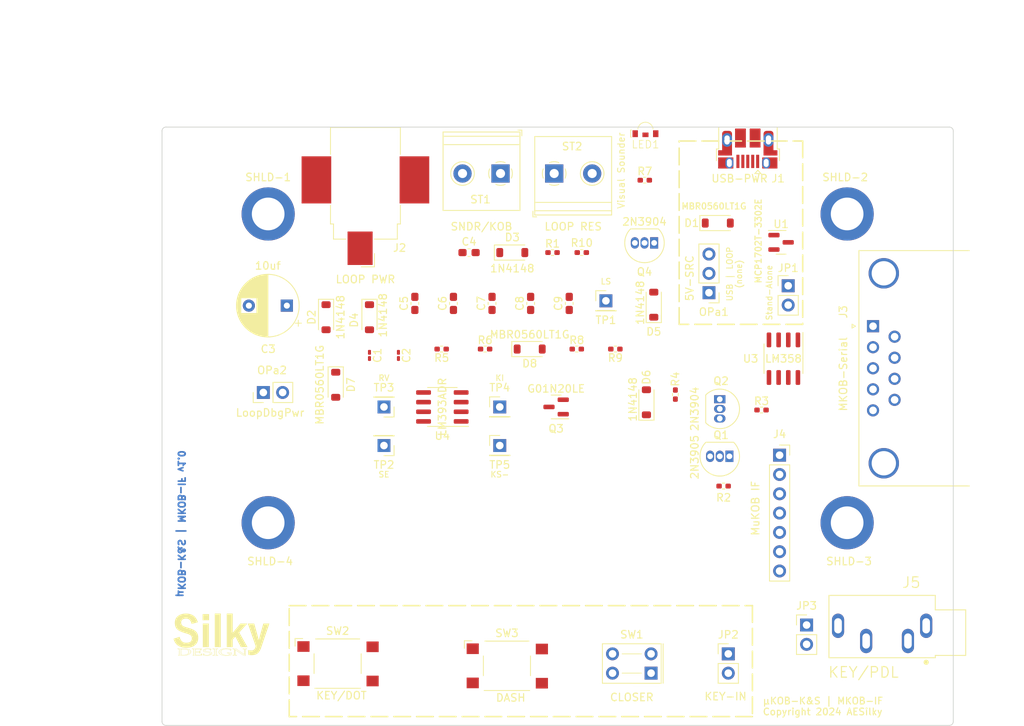
<source format=kicad_pcb>
(kicad_pcb (version 20221018) (generator pcbnew)
  (title_block (title "KOB-Sounder Interface") (company "Silky Design") (comment 1 "Copyright AESilky 2023"))
  (layers (0 "F.Cu" signal) (31 "B.Cu" signal) (34 "B.Paste" user) (35 "F.Paste" user) (36 "B.SilkS" user "B.Silkscreen") (37 "F.SilkS" user "F.Silkscreen") (38 "B.Mask" user) (39 "F.Mask" user) (44 "Edge.Cuts" user))
  (net 0 "")
  (net 1 "Net-(OPa1-C)")
  (net 2 "GND")
  (net 3 "Net-(JP1-A)")
  (net 4 "/LOOP_PWR")
  (net 5 "Net-(D3-A)")
  (net 6 "+5V")
  (net 7 "Net-(D1-A)")
  (net 8 "Net-(D2-A)")
  (net 9 "Net-(D4-K)")
  (net 10 "Net-(D5-A)")
  (net 11 "/LOOP_ENGZ")
  (net 12 "/OFFSET_REF_V")
  (net 13 "Net-(D8-K)")
  (net 14 "/LOOP_STATE")
  (net 18 "/DCD")
  (net 19 "/RXD")
  (net 20 "/TXD")
  (net 21 "/DTR")
  (net 22 "/DSR")
  (net 23 "/RTS")
  (net 24 "/CTS")
  (net 25 "/RI")
  (net 26 "+3.3V")
  (net 27 "/SNDR_EN")
  (net 28 "/KEY_PDL-")
  (net 29 "/PDL_DASH-")
  (net 30 "/KOB_KEY-")
  (net 31 "Net-(LED1-K)")
  (net 32 "Net-(LED1-A)")
  (net 33 "Net-(Q1-B)")
  (net 34 "Net-(Q2-E)")
  (net 35 "Net-(Q3-G)")
  (net 36 "Net-(Q4-B)")
  (net 37 "/KEY_PDL_DOT-")
  (footprint "Diode_SMD:D_SOD-123" (layer "F.Cu") (at 71.12 64.39 -90)
    (fp_text reference "D7" (at 0 -2 90) (layer "F.SilkS"))
    (fp_text value "MBR0560LT1G" (at 0 2.1 90) (layer "F.SilkS"))
    (pad "1" smd roundrect (at -1.65 0 270) (size 0.9 1.2) (layers "F.Cu" "F.Paste" "F.Mask") (net 2 "GND"))
    (pad "2" smd roundrect (at 1.65 0 270) (size 0.9 1.2) (layers "F.Cu" "F.Paste" "F.Mask") (net 12 "/OFFSET_REF_V"))
  )
  (footprint "Capacitor_SMD:C_0603_1608Metric_Pad1.08x0.95mm_HandSolder" (layer "F.Cu") (at 91.695 53.6825 90)
    (fp_text reference "C7" (at 0 -1.43 90) (layer "F.SilkS"))
    (fp_text value "0.1u")
    (pad "1" smd roundrect (at -0.8625 0 90) (size 1.075 0.95) (layers "F.Cu" "F.Paste" "F.Mask") (net 5 "Net-(D3-A)"))
    (pad "2" smd roundrect (at 0.8625 0 90) (size 1.075 0.95) (layers "F.Cu" "F.Paste" "F.Mask") (net 2 "GND"))
  )
  (footprint "Connector_PinHeader_2.54mm:PinHeader_1x02_P2.54mm_Vertical" (layer "F.Cu") (at 61.595 65.405 90)
    (fp_text reference "OPa2" (at 2.921 1.143 180) (layer "F.SilkS"))
    (fp_text value "LoopDbgPwr" (at -2.667 0.889 180) (layer "F.SilkS"))
    (pad "1" thru_hole rect (at 0 0 90) (size 1.7 1.7) (drill 1) (layers "*.Cu" "*.Mask") (net 6 "+5V"))
    (pad "2" thru_hole oval (at 0 2.54 90) (size 1.7 1.7) (drill 1) (layers "*.Cu" "*.Mask") (net 4 "/LOOP_PWR"))
  )
  (footprint "Package_TO_SOT_THT:TO-92_Inline" (layer "F.Cu") (at 121.666 66.294 -90)
    (fp_text reference "Q2" (at -2.392 -0.17 -180) (layer "F.SilkS"))
    (fp_text value "2N3904" (at 1.27 3.302 90) (layer "F.SilkS"))
    (pad "1" thru_hole rect (at 0 0 270) (size 1.05 1.5) (drill 0.75) (layers "*.Cu" "*.Mask") (net 34 "Net-(Q2-E)"))
    (pad "2" thru_hole oval (at 1.27 0 270) (size 1.05 1.5) (drill 0.75) (layers "*.Cu" "*.Mask") (net 11 "/LOOP_ENGZ"))
    (pad "3" thru_hole oval (at 2.54 0 270) (size 1.05 1.5) (drill 0.75) (layers "*.Cu" "*.Mask") (net 33 "Net-(Q1-B)"))
  )
  (footprint "Capacitor_SMD:C_0201_0603Metric_Pad0.64x0.40mm_HandSolder" (layer "F.Cu") (at 79.375 60.5275 -90)
    (fp_text reference "C2" (at 0 -1.05 -90) (layer "F.SilkS"))
    (fp_text value "1uF")
    (pad "1" smd roundrect (at -0.4075 0 270) (size 0.635 0.4) (layers "F.Cu" "F.Mask") (net 3 "Net-(JP1-A)"))
    (pad "2" smd roundrect (at 0.4075 0 270) (size 0.635 0.4) (layers "F.Cu" "F.Mask") (net 2 "GND"))
  )
  (footprint "Connector_PinHeader_2.54mm:PinHeader_1x01_P2.54mm_Vertical" (layer "F.Cu") (at 92.71 72.39)
    (fp_text reference "TP5" (at 0 2.54) (layer "F.SilkS"))
    (fp_text value "KS-" (at 0 3.81) (layer "F.SilkS") (effects (font (size 0.762 0.762) (thickness 0.127))))
    (pad "1" thru_hole rect (at 0 0) (size 1.7 1.7) (drill 1) (layers "*.Cu" "*.Mask") (net 30 "/KOB_KEY-"))
  )
  (footprint "Connector_Dsub:DSUB-9_Female_Horizontal_P2.77x2.84mm_EdgePinOffset9.90mm_Housed_MountingHolesOffset11.32mm" (layer "F.Cu") (at 141.837669 56.68 90)
    (fp_text reference "J3" (at 1.88 -3.915669 90) (layer "F.SilkS"))
    (fp_text value "MKOB-Serial" (at -6.312 -3.915669 90) (layer "F.SilkS"))
    (pad "0" thru_hole circle (at -18.04 1.42 90) (size 4 4) (drill 3.2) (layers "*.Cu" "*.Mask") (net 2 "GND"))
    (pad "0" thru_hole circle (at 6.96 1.42 90) (size 4 4) (drill 3.2) (layers "*.Cu" "*.Mask") (net 2 "GND"))
    (pad "1" thru_hole rect (at 0 0 90) (size 1.6 1.6) (drill 1) (layers "*.Cu" "*.Mask") (net 18 "/DCD"))
    (pad "2" thru_hole circle (at -2.77 0 90) (size 1.6 1.6) (drill 1) (layers "*.Cu" "*.Mask") (net 19 "/RXD"))
    (pad "3" thru_hole circle (at -5.54 0 90) (size 1.6 1.6) (drill 1) (layers "*.Cu" "*.Mask") (net 20 "/TXD"))
    (pad "4" thru_hole circle (at -8.31 0 90) (size 1.6 1.6) (drill 1) (layers "*.Cu" "*.Mask") (net 21 "/DTR"))
    (pad "5" thru_hole circle (at -11.08 0 90) (size 1.6 1.6) (drill 1) (layers "*.Cu" "*.Mask") (net 2 "GND"))
    (pad "6" thru_hole circle (at -1.385 2.84 90) (size 1.6 1.6) (drill 1) (layers "*.Cu" "*.Mask") (net 22 "/DSR"))
    (pad "7" thru_hole circle (at -4.155 2.84 90) (size 1.6 1.6) (drill 1) (layers "*.Cu" "*.Mask") (net 23 "/RTS"))
    (pad "8" thru_hole circle (at -6.925 2.84 90) (size 1.6 1.6) (drill 1) (layers "*.Cu" "*.Mask") (net 24 "/CTS"))
    (pad "9" thru_hole circle (at -9.695 2.84 90) (size 1.6 1.6) (drill 1) (layers "*.Cu" "*.Mask") (net 25 "/RI"))
  )
  (footprint "Capacitor_SMD:C_0603_1608Metric_Pad1.08x0.95mm_HandSolder" (layer "F.Cu") (at 81.535 53.6825 90)
    (fp_text reference "C5" (at 0 -1.43 90) (layer "F.SilkS"))
    (fp_text value "0.1u")
    (pad "1" smd roundrect (at -0.8625 0 90) (size 1.075 0.95) (layers "F.Cu" "F.Paste" "F.Mask") (net 5 "Net-(D3-A)"))
    (pad "2" smd roundrect (at 0.8625 0 90) (size 1.075 0.95) (layers "F.Cu" "F.Paste" "F.Mask") (net 2 "GND"))
  )
  (footprint "Capacitor_SMD:C_0201_0603Metric_Pad0.64x0.40mm_HandSolder" (layer "F.Cu") (at 75.565 60.5275 -90)
    (fp_text reference "C1" (at 0 -1.05 -90) (layer "F.SilkS"))
    (fp_text value "1uF")
    (pad "1" smd roundrect (at -0.4075 0 270) (size 0.635 0.4) (layers "F.Cu" "F.Mask") (net 1 "Net-(OPa1-C)"))
    (pad "2" smd roundrect (at 0.4075 0 270) (size 0.635 0.4) (layers "F.Cu" "F.Mask") (net 2 "GND"))
  )
  (footprint "Resistor_SMD:R_0402_1005Metric_Pad0.72x0.64mm_HandSolder" (layer "F.Cu") (at 127.1645 67.712)
    (fp_text reference "R3" (at 0 -1.17) (layer "F.SilkS"))
    (fp_text value "10k")
    (pad "1" smd roundrect (at -0.5975 0) (size 0.715 0.64) (layers "F.Cu" "F.Paste" "F.Mask") (net 11 "/LOOP_ENGZ"))
    (pad "2" smd roundrect (at 0.5975 0) (size 0.715 0.64) (layers "F.Cu" "F.Paste" "F.Mask") (net 23 "/RTS"))
  )
  (footprint "MountingHole:MountingHole_3.2mm_M3_ISO7380" (layer "F.Cu") (at 53.34 104.14)
    (fp_text reference "M_KSI4" hide)
    (fp_text value "MountingHole_Pad" hide)
    (pad "" np_thru_hole circle (at 0 0) (size 3.2 3.2) (drill 3.2) (layers "*.Cu" "*.Mask"))
  )
  (footprint "Diode_SMD:D_SOD-123" (layer "F.Cu") (at 94.36 46.99)
    (fp_text reference "D3" (at 0 -2) (layer "F.SilkS"))
    (fp_text value "1N4148" (at 0 2.1) (layer "F.SilkS"))
    (pad "1" smd roundrect (at -1.65 0) (size 0.9 1.2) (layers "F.Cu" "F.Paste" "F.Mask") (net 4 "/LOOP_PWR"))
    (pad "2" smd roundrect (at 1.65 0) (size 0.9 1.2) (layers "F.Cu" "F.Paste" "F.Mask") (net 5 "Net-(D3-A)"))
  )
  (footprint "Connector_PinHeader_2.54mm:PinHeader_1x02_P2.54mm_Vertical" (layer "F.Cu") (at 133.096 96.012)
    (fp_text reference "JP3" (at 0 -2.54) (layer "F.SilkS"))
    (fp_text value "1x2 Header" hide)
    (pad "1" thru_hole rect (at 0 0) (size 1.7 1.7) (drill 1) (layers "*.Cu" "*.Mask") (net 30 "/KOB_KEY-"))
    (pad "2" thru_hole oval (at 0 2.54) (size 1.7 1.7) (drill 1) (layers "*.Cu" "*.Mask") (net 28 "/KEY_PDL-"))
  )
  (footprint "Diode_SMD:D_SOD-123" (layer "F.Cu") (at 121.4036 43.1054)
    (fp_text reference "D1" (at -3.43 0) (layer "F.SilkS"))
    (fp_text value "MBR0560LT1G" (at -0.4996 -2.2114) (layer "F.SilkS") (effects (font (size 0.8128 0.8128))))
    (pad "1" smd roundrect (at -1.65 0) (size 0.9 1.2) (layers "F.Cu" "F.Paste" "F.Mask") (net 6 "+5V"))
    (pad "2" smd roundrect (at 1.65 0) (size 0.9 1.2) (layers "F.Cu" "F.Paste" "F.Mask") (net 7 "Net-(D1-A)"))
  )
  (footprint "TerminalBlock_Philmore:TerminalBlock_Philmore_TB132_1x02_P5.00mm_Horizontal" (layer "F.Cu") (at 92.81 36.585 180)
    (fp_text reference "ST1" (at 2.64 -3.42) (layer "F.SilkS"))
    (fp_text value "SNDR/KOB" (at 2.5 -6.985) (layer "F.SilkS"))
    (pad "1" thru_hole rect (at 0 0 180) (size 2.4 2.4) (drill 1.2) (layers "*.Cu" "*.Mask") (net 4 "/LOOP_PWR"))
    (pad "2" thru_hole circle (at 5 0 180) (size 2.4 2.4) (drill 1.2) (layers "*.Cu" "*.Mask") (net 2 "GND"))
  )
  (footprint "AES_Library:CUI_SJ1-3534NG-audio-jack" (layer "F.Cu") (at 148.834 96.1125 180)
    (fp_text reference "J5" (at 1.948 5.6885 180) (layer "F.SilkS") (effects (font (size 1.400173 1.400173))))
    (fp_text value "KEY/PDL" (at 8.245 -6.1225) (layer "F.SilkS") (effects (font (size 1.402591 1.402591))))
    (pad "1" thru_hole oval (at 0 0 180) (size 1.6 3.2) (drill oval 1 2) (layers "*.Cu" "*.Mask") (net 2 "GND"))
    (pad "2" thru_hole oval (at 2.4 -2 180) (size 1.6 3.2) (drill oval 1 2) (layers "*.Cu" "*.Mask") (net 28 "/KEY_PDL-"))
    (pad "3" thru_hole oval (at 7.9 -2 180) (size 1.6 3.2) (drill oval 1 2) (layers "*.Cu" "*.Mask") (net 29 "/PDL_DASH-"))
    (pad "4" thru_hole oval (at 11.6 0 180) (size 1.6 3.2) (drill oval 1 2) (layers "*.Cu" "*.Mask") (net 30 "/KOB_KEY-"))
  )
  (footprint "Resistor_SMD:R_0402_1005Metric_Pad0.72x0.64mm_HandSolder" (layer "F.Cu") (at 107.925 59.69 180)
    (fp_text reference "R9" (at 0 -1.17 180) (layer "F.SilkS"))
    (fp_text value "DNP")
    (pad "1" smd roundrect (at -0.5975 0 180) (size 0.715 0.64) (layers "F.Cu" "F.Paste" "F.Mask") (net 2 "GND"))
    (pad "2" smd roundrect (at 0.5975 0 180) (size 0.715 0.64) (layers "F.Cu" "F.Paste" "F.Mask") (net 10 "Net-(D5-A)"))
  )
  (footprint "Capacitor_SMD:C_0603_1608Metric_Pad1.08x0.95mm_HandSolder" (layer "F.Cu") (at 88.67 46.99)
    (fp_text reference "C4" (at 0 -1.43) (layer "F.SilkS"))
    (fp_text value "0.1u")
    (pad "1" smd roundrect (at -0.8625 0) (size 1.075 0.95) (layers "F.Cu" "F.Paste" "F.Mask") (net 4 "/LOOP_PWR"))
    (pad "2" smd roundrect (at 0.8625 0) (size 1.075 0.95) (layers "F.Cu" "F.Paste" "F.Mask") (net 2 "GND"))
  )
  (footprint "Package_SO:SOIC-8_3.9x4.9mm_P1.27mm" (layer "F.Cu") (at 130.048 60.96 -90)
    (fp_text reference "U3" (at 0 4.318 -180) (layer "F.SilkS"))
    (fp_text value "LM358" (at 0 0) (layer "F.SilkS"))
    (pad "1" smd roundrect (at -2.475 -1.905 270) (size 1.95 0.6) (layers "F.Cu" "F.Paste" "F.Mask") (net 22 "/DSR"))
    (pad "2" smd roundrect (at -2.475 -0.635 270) (size 1.95 0.6) (layers "F.Cu" "F.Paste" "F.Mask") (net 12 "/OFFSET_REF_V"))
    (pad "3" smd roundrect (at -2.475 0.635 270) (size 1.95 0.6) (layers "F.Cu" "F.Paste" "F.Mask") (net 37 "/KEY_PDL_DOT-"))
    (pad "4" smd roundrect (at -2.475 1.905 270) (size 1.95 0.6) (layers "F.Cu" "F.Paste" "F.Mask") (net 20 "/TXD"))
    (pad "5" smd roundrect (at 2.475 1.905 270) (size 1.95 0.6) (layers "F.Cu" "F.Paste" "F.Mask") (net 29 "/PDL_DASH-"))
    (pad "6" smd roundrect (at 2.475 0.635 270) (size 1.95 0.6) (layers "F.Cu" "F.Paste" "F.Mask") (net 12 "/OFFSET_REF_V"))
    (pad "7" smd roundrect (at 2.475 -0.635 270) (size 1.95 0.6) (layers "F.Cu" "F.Paste" "F.Mask") (net 24 "/CTS"))
    (pad "8" smd roundrect (at 2.475 -1.905 270) (size 1.95 0.6) (layers "F.Cu" "F.Paste" "F.Mask") (net 21 "/DTR"))
  )
  (footprint "Diode_SMD:D_SOD-123" (layer "F.Cu") (at 96.65 59.69)
    (fp_text reference "D8" (at 0 1.905) (layer "F.SilkS"))
    (fp_text value "MBR0560LT1G" (at 0 -1.905) (layer "F.SilkS"))
    (pad "1" smd roundrect (at -1.65 0) (size 0.9 1.2) (layers "F.Cu" "F.Paste" "F.Mask") (net 13 "Net-(D8-K)"))
    (pad "2" smd roundrect (at 1.65 0) (size 0.9 1.2) (layers "F.Cu" "F.Paste" "F.Mask") (net 14 "/LOOP_STATE"))
  )
  (footprint "Package_TO_SOT_SMD:SOT-23" (layer "F.Cu") (at 129.7361 45.6454)
    (fp_text reference "U1" (at 0 -2.4) (layer "F.SilkS"))
    (fp_text value "MCP1702T-3302E" (at -2.9901 -0.1794 90) (layer "F.SilkS") (effects (font (size 0.8128 0.8128))))
    (pad "1" smd roundrect (at -0.9375 -0.95) (size 1.475 0.6) (layers "F.Cu" "F.Paste" "F.Mask") (net 2 "GND"))
    (pad "2" smd roundrect (at -0.9375 0.95) (size 1.475 0.6) (layers "F.Cu" "F.Paste" "F.Mask") (net 3 "Net-(JP1-A)"))
    (pad "3" smd roundrect (at 0.9375 0) (size 1.475 0.6) (layers "F.Cu" "F.Paste" "F.Mask") (net 1 "Net-(OPa1-C)"))
  )
  (footprint "Connector_PinHeader_2.54mm:PinHeader_1x01_P2.54mm_Vertical" (layer "F.Cu") (at 106.68 53.34)
    (fp_text reference "TP1" (at 0 2.54) (layer "F.SilkS"))
    (fp_text value "LS" (at 0 -2.54) (layer "F.SilkS") (effects (font (size 0.762 0.762) (thickness 0.127))))
    (pad "1" thru_hole rect (at 0 0) (size 1.7 1.7) (drill 1) (layers "*.Cu" "*.Mask") (net 14 "/LOOP_STATE"))
  )
  (footprint "AES_Library:LED_SMD_SIDEVIEW_Harvatek" (layer "F.Cu") (at 111.887 30.846 90)
    (fp_text reference "LED1" (at -1.918 0 unlocked) (layer "F.SilkS") (effects (font (thickness 0.1))))
    (fp_text value "SNDR")
    (pad "1" smd rect (at -0.5 -1.35 90) (size 0.9 0.71) (layers "F.Cu" "F.Paste" "F.Mask") (net 31 "Net-(LED1-K)"))
    (pad "2" smd rect (at -0.5 1.35 90) (size 0.9 0.71) (layers "F.Cu" "F.Paste" "F.Mask") (net 32 "Net-(LED1-A)"))
    (pad "3" smd rect (at -0.65 0 270) (size 0.6 0.8) (layers "F.Cu" "F.Paste" "F.Mask"))
  )
  (footprint "Resistor_SMD:R_0402_1005Metric_Pad0.72x0.64mm_HandSolder" (layer "F.Cu") (at 122.174 77.724 180)
    (fp_text reference "R2" (at 0 -1.524 180) (layer "F.SilkS"))
    (fp_text value "1k")
    (pad "1" smd roundrect (at -0.5975 0 180) (size 0.715 0.64) (layers "F.Cu" "F.Paste" "F.Mask") (net 26 "+3.3V"))
    (pad "2" smd roundrect (at 0.5975 0 180) (size 0.715 0.64) (layers "F.Cu" "F.Paste" "F.Mask") (net 33 "Net-(Q1-B)"))
  )
  (footprint "Connector_PinHeader_2.54mm:PinHeader_1x03_P2.54mm_Vertical" (layer "F.Cu") (at 120.2436 52.2732 180)
    (fp_text reference "OPa1" (at -0.635 -2.54) (layer "F.SilkS"))
    (fp_text value "5V-SRC" (at 2.54 1.905 90) (layer "F.SilkS"))
    (pad "1" thru_hole rect (at 0 0 180) (size 1.7 1.7) (drill 1) (layers "*.Cu" "*.Mask") (net 6 "+5V"))
    (pad "2" thru_hole oval (at 0 2.54 180) (size 1.7 1.7) (drill 1) (layers "*.Cu" "*.Mask") (net 1 "Net-(OPa1-C)"))
    (pad "3" thru_hole oval (at 0 5.08 180) (size 1.7 1.7) (drill 1) (layers "*.Cu" "*.Mask") (net 4 "/LOOP_PWR"))
  )
  (footprint "Resistor_SMD:R_0402_1005Metric_Pad0.72x0.64mm_HandSolder" (layer "F.Cu") (at 99.6575 46.99)
    (fp_text reference "R1" (at 0 -1.17) (layer "F.SilkS"))
    (fp_text value "3.3k")
    (pad "1" smd roundrect (at -0.5975 0) (size 0.715 0.64) (layers "F.Cu" "F.Paste" "F.Mask") (net 4 "/LOOP_PWR"))
    (pad "2" smd roundrect (at 0.5975 0) (size 0.715 0.64) (layers "F.Cu" "F.Paste" "F.Mask") (net 5 "Net-(D3-A)"))
  )
  (footprint "Connector_PinHeader_2.54mm:PinHeader_1x01_P2.54mm_Vertical" (layer "F.Cu") (at 77.47 72.39 180)
    (fp_text reference "TP2" (at 0 -2.54) (layer "F.SilkS"))
    (fp_text value "SE" (at 0 -3.81) (layer "F.SilkS") (effects (font (size 0.762 0.762) (thickness 0.127))))
    (pad "1" thru_hole rect (at 0 0 180) (size 1.7 1.7) (drill 1) (layers "*.Cu" "*.Mask") (net 27 "/SNDR_EN"))
  )
  (footprint "Resistor_SMD:R_0402_1005Metric_Pad0.72x0.64mm_HandSolder" (layer "F.Cu") (at 103.505 46.99)
    (fp_text reference "R10" (at 0 -1.27) (layer "F.SilkS"))
    (fp_text value "1k")
    (pad "1" smd roundrect (at -0.5975 0) (size 0.715 0.64) (layers "F.Cu" "F.Paste" "F.Mask") (net 27 "/SNDR_EN"))
    (pad "2" smd roundrect (at 0.5975 0) (size 0.715 0.64) (layers "F.Cu" "F.Paste" "F.Mask") (net 36 "Net-(Q4-B)"))
  )
  (footprint "MountingHole:MountingHole_3.2mm_M3_ISO7380" (layer "F.Cu") (at 53.34 35.56)
    (fp_text reference "M_KSI1" hide)
    (fp_text value "MountingHole_Pad" hide)
    (pad "" np_thru_hole circle (at 0 0) (size 3.2 3.2) (drill 3.2) (layers "*.Cu" "*.Mask"))
  )
  (footprint "Connector_PinHeader_2.54mm:PinHeader_1x01_P2.54mm_Vertical" (layer "F.Cu") (at 92.71 67.31)
    (fp_text reference "TP4" (at 0 -2.54) (layer "F.SilkS"))
    (fp_text value "KI" (at 0 -3.81) (layer "F.SilkS") (effects (font (size 0.762 0.762) (thickness 0.127))))
    (pad "1" thru_hole rect (at 0 0) (size 1.7 1.7) (drill 1) (layers "*.Cu" "*.Mask") (net 10 "Net-(D5-A)"))
  )
  (footprint "Resistor_SMD:R_0402_1005Metric_Pad0.72x0.64mm_HandSolder" (layer "F.Cu") (at 102.845 59.69)
    (fp_text reference "R8" (at 0 -1.17) (layer "F.SilkS"))
    (fp_text value "20k")
    (pad "1" smd roundrect (at -0.5975 0) (size 0.715 0.64) (layers "F.Cu" "F.Paste" "F.Mask") (net 14 "/LOOP_STATE"))
    (pad "2" smd roundrect (at 0.5975 0) (size 0.715 0.64) (layers "F.Cu" "F.Paste" "F.Mask") (net 10 "Net-(D5-A)"))
  )
  (footprint "Capacitor_THT:CP_Radial_D8.0mm_P5.00mm" (layer "F.Cu") (at 64.69 53.975 180)
    (fp_text reference "C3" (at 2.46 -5.715) (layer "F.SilkS"))
    (fp_text value "10uf" (at 2.5 5.25) (layer "F.SilkS"))
    (pad "1" thru_hole rect (at 0 0 180) (size 1.6 1.6) (drill 0.8) (layers "*.Cu" "*.Mask") (net 4 "/LOOP_PWR"))
    (pad "2" thru_hole circle (at 5 0 180) (size 1.6 1.6) (drill 0.8) (layers "*.Cu" "*.Mask") (net 2 "GND"))
  )
  (footprint "Diode_SMD:D_SOD-123" (layer "F.Cu") (at 75.565 55.5 -90)
    (fp_text reference "D4" (at 0.38 2.03 90) (layer "F.SilkS"))
    (fp_text value "1N4148" (at -0.255 -1.78 90) (layer "F.SilkS"))
    (pad "1" smd roundrect (at -1.65 0 270) (size 0.9 1.2) (layers "F.Cu" "F.Paste" "F.Mask") (net 9 "Net-(D4-K)"))
    (pad "2" smd roundrect (at 1.65 0 270) (size 0.9 1.2) (layers "F.Cu" "F.Paste" "F.Mask") (net 2 "GND"))
  )
  (footprint "Resistor_SMD:R_0402_1005Metric_Pad0.72x0.64mm_HandSolder" (layer "F.Cu") (at 115.824 65.68 90)
    (fp_text reference "R4" (at 2.032 0 90) (layer "F.SilkS"))
    (fp_text value "270")
    (pad "1" smd roundrect (at -0.5975 0 90) (size 0.715 0.64) (layers "F.Cu" "F.Paste" "F.Mask") (net 34 "Net-(Q2-E)"))
    (pad "2" smd roundrect (at 0.5975 0 90) (size 0.715 0.64) (layers "F.Cu" "F.Paste" "F.Mask") (net 2 "GND"))
  )
  (footprint "AES_Library:SILKY-DESIGN-logo-0_50-AES" (layer "F.Cu") (at 56.134 97.282)
    (fp_text reference "G1" hide)
    (fp_text value "LOGO" hide)
  )
  (footprint "Resistor_SMD:R_0402_1005Metric_Pad0.72x0.64mm_HandSolder" (layer "F.Cu") (at 111.7975 37.465)
    (fp_text reference "R7" (at 0 -1.17) (layer "F.SilkS"))
    (fp_text value "100")
    (pad "1" smd roundrect (at -0.5975 0) (size 0.715 0.64) (layers "F.Cu" "F.Paste" "F.Mask") (net 6 "+5V"))
    (pad "2" smd roundrect (at 0.5975 0) (size 0.715 0.64) (layers "F.Cu" "F.Paste" "F.Mask") (net 32 "Net-(LED1-A)"))
  )
  (footprint "MountingHole:MountingHole_4.3mm_M4_ISO14580_Pad_TopBottom" (layer "F.Cu") (at 62.23 41.91)
    (fp_text reference "SHLD-1" (at 0 -4.826) (layer "F.SilkS"))
    (fp_text value "MountingHole_Pad" hide)
    (pad "1" thru_hole circle (at 0 0) (size 4.7 4.7) (drill 4.3) (layers "*.Cu" "*.Mask") (net 2 "GND"))
    (pad "1" connect circle (at 0 0) (size 7 7) (layers "F.Cu" "F.Mask") (net 2 "GND"))
    (pad "1" connect circle (at 0 0) (size 7 7) (layers "B.Cu" "B.Mask") (net 2 "GND"))
  )
  (footprint "MountingHole:MountingHole_4.3mm_M4_ISO14580_Pad_TopBottom" (layer "F.Cu") (at 138.43 41.91)
    (fp_text reference "SHLD-2" (at -0.254 -4.826) (layer "F.SilkS"))
    (fp_text value "MountingHole_Pad" hide)
    (pad "1" thru_hole circle (at 0 0) (size 4.7 4.7) (drill 4.3) (layers "*.Cu" "*.Mask") (net 2 "GND"))
    (pad "1" connect circle (at 0 0) (size 7 7) (layers "F.Cu" "F.Mask") (net 2 "GND"))
    (pad "1" connect circle (at 0 0) (size 7 7) (layers "B.Cu" "B.Mask") (net 2 "GND"))
  )
  (footprint "AES_Library:SW-TGL-Micro-DPST-CIT" (layer "F.Cu") (at 112.629 102.347 -90)
    (fp_text reference "SW1" (at -5.08 2.54 -180) (layer "F.SilkS"))
    (fp_text value "CLOSER" (at 3.175 2.54 180) (layer "F.SilkS"))
    (pad "1" thru_hole rect (at 0 0 270) (size 1.7 1.7) (drill 1) (layers "*.Cu" "*.Mask") (net 2 "GND"))
    (pad "3" thru_hole oval (at 0 5.08 270) (size 1.7 1.7) (drill 1) (layers "*.Cu" "*.Mask"))
    (pad "4" thru_hole oval (at -2.54 0 270) (size 1.7 1.7) (drill 1) (layers "*.Cu" "*.Mask"))
    (pad "6" thru_hole oval (at -2.54 5.08 270) (size 1.7 1.7) (drill 1) (layers "*.Cu" "*.Mask"))
  )
  (footprint "Connector_PinHeader_2.54mm:PinHeader_1x02_P2.54mm_Vertical" (layer "F.Cu") (at 122.789 99.807)
    (fp_text reference "JP2" (at 0 -2.525) (layer "F.SilkS"))
    (fp_text value "KEY-IN" (at -0.361 5.603) (layer "F.SilkS"))
    (pad "1" thru_hole rect (at 0 0) (size 1.7 1.7) (drill 1) (layers "*.Cu" "*.Mask") (net 37 "/KEY_PDL_DOT-"))
    (pad "2" thru_hole oval (at 0 2.54) (size 1.7 1.7) (drill 1) (layers "*.Cu" "*.Mask") (net 28 "/KEY_PDL-"))
  )
  (footprint "Connector_PinHeader_2.54mm:PinHeader_1x02_P2.54mm_Vertical" (layer "F.Cu") (at 130.6736 51.3604)
    (fp_text reference "JP1" (at 0 -2.33) (layer "F.SilkS"))
    (fp_text value "1x2 Header" hide)
    (pad "1" thru_hole rect (at 0 0) (size 1.7 1.7) (drill 1) (layers "*.Cu" "*.Mask") (net 3 "Net-(JP1-A)"))
    (pad "2" thru_hole oval (at 0 2.54) (size 1.7 1.7) (drill 1) (layers "*.Cu" "*.Mask") (net 26 "+3.3V"))
  )
  (footprint "Connector_BarrelJack:BarrelJack_CUI_PJ-036AH-SMT_Horizontal" (layer "F.Cu") (at 75.03 40.624 180)
    (fp_text reference "J2" (at -4.5 -5.75) (layer "F.SilkS"))
    (fp_text value "LOOP PWR" (at 0 -9.89) (layer "F.SilkS"))
    (pad "" np_thru_hole circle (at 0 7 180) (size 2 2) (drill 2) (layers "*.Cu" "*.Mask"))
    (pad "1" smd rect (at 0.7 -5.8 180) (size 3.3 4.4) (layers "F.Cu" "F.Paste" "F.Mask") (net 8 "Net-(D2-A)"))
    (pad "2" smd rect (at -6.45 3.2 180) (size 3.9 6.2) (layers "F.Cu" "F.Paste" "F.Mask") (net 9 "Net-(D4-K)"))
    (pad "3" smd rect (at 6.45 3.2 180) (size 3.9 6.2) (layers "F.Cu" "F.Paste" "F.Mask"))
  )
  (footprint "AES_Library:SW_PUSH_SMD_1P1T_NO_6x6mm" (layer "F.Cu") (at 93.654 101.382)
    (fp_text reference "SW3" (at 0 -4.3) (layer "F.SilkS"))
    (fp_text value "DASH" (at 0.5 4.2) (layer "F.SilkS"))
    (pad "1" smd rect (at -4.5 -2.25 180) (size 1.6 1.4) (layers "F.Cu" "F.Paste" "F.Mask") (net 2 "GND"))
    (pad "1" smd rect (at 4.6 -2.214 180) (size 1.6 1.4) (layers "F.Cu" "F.Paste" "F.Mask") (net 2 "GND"))
    (pad "2" smd rect (at -4.5 2.25 180) (size 1.6 1.4) (layers "F.Cu" "F.Paste" "F.Mask") (net 29 "/PDL_DASH-"))
    (pad "2" smd rect (at 4.6 2.286 180) (size 1.6 1.4) (layers "F.Cu" "F.Paste" "F.Mask") (net 29 "/PDL_DASH-"))
  )
  (footprint "Connector_PinSocket_2.54mm:PinSocket_1x07_P2.54mm_Vertical" (layer "F.Cu") (at 129.54 73.66)
    (fp_text reference "J4" (at 0 -2.77) (layer "F.SilkS"))
    (fp_text value "MuKOB IF" (at -3.175 6.985 90) (layer "F.SilkS"))
    (pad "1" thru_hole rect (at 0 0) (size 1.7 1.7) (drill 1) (layers "*.Cu" "*.Mask") (net 2 "GND"))
    (pad "2" thru_hole oval (at 0 2.54) (size 1.7 1.7) (drill 1) (layers "*.Cu" "*.Mask") (net 2 "GND"))
    (pad "3" thru_hole oval (at 0 5.08) (size 1.7 1.7) (drill 1) (layers "*.Cu" "*.Mask") (net 26 "+3.3V"))
    (pad "4" thru_hole oval (at 0 7.62) (size 1.7 1.7) (drill 1) (layers "*.Cu" "*.Mask") (net 6 "+5V"))
    (pad "5" thru_hole oval (at 0 10.16) (size 1.7 1.7) (drill 1) (layers "*.Cu" "*.Mask") (net 27 "/SNDR_EN"))
    (pad "6" thru_hole oval (at 0 12.7) (size 1.7 1.7) (drill 1) (layers "*.Cu" "*.Mask") (net 37 "/KEY_PDL_DOT-"))
    (pad "7" thru_hole oval (at 0 15.24) (size 1.7 1.7) (drill 1) (layers "*.Cu" "*.Mask") (net 29 "/PDL_DASH-"))
  )
  (footprint "MountingHole:MountingHole_3.2mm_M3_ISO7380" (layer "F.Cu") (at 147.32 35.56)
    (fp_text reference "M_KSI2" hide)
    (fp_text value "MountingHole_Pad" hide)
    (pad "" np_thru_hole circle (at 0 0) (size 3.2 3.2) (drill 3.2) (layers "*.Cu" "*.Mask"))
  )
  (footprint "TerminalBlock_Philmore:TerminalBlock_Philmore_TB132_1x02_P5.00mm_Horizontal" (layer "F.Cu") (at 99.875 36.585)
    (fp_text reference "ST2" (at 2.36 -3.565) (layer "F.SilkS"))
    (fp_text value "LOOP RES" (at 2.5 6.985) (layer "F.SilkS"))
    (pad "1" thru_hole rect (at 0 0) (size 2.4 2.4) (drill 1.2) (layers "*.Cu" "*.Mask") (net 2 "GND"))
    (pad "2" thru_hole circle (at 5 0) (size 2.4 2.4) (drill 1.2) (layers "*.Cu" "*.Mask") (net 14 "/LOOP_STATE"))
  )
  (footprint "MountingHole:MountingHole_4.3mm_M4_ISO14580_Pad_TopBottom" (layer "F.Cu") (at 62.23 82.55)
    (fp_text reference "SHLD-4" (at 0.254 5.08) (layer "F.SilkS"))
    (fp_text value "MountingHole_Pad" hide)
    (pad "1" thru_hole circle (at 0 0) (size 4.7 4.7) (drill 4.3) (layers "*.Cu" "*.Mask") (net 2 "GND"))
    (pad "1" connect circle (at 0 0) (size 7 7) (layers "F.Cu" "F.Mask") (net 2 "GND"))
    (pad "1" connect circle (at 0 0) (size 7 7) (layers "B.Cu" "B.Mask") (net 2 "GND"))
  )
  (footprint "Capacitor_SMD:C_0603_1608Metric_Pad1.08x0.95mm_HandSolder" (layer "F.Cu") (at 86.615 53.6825 90)
    (fp_text reference "C6" (at 0 -1.43 90) (layer "F.SilkS"))
    (fp_text value "0.1u")
    (pad "1" smd roundrect (at -0.8625 0 90) (size 1.075 0.95) (layers "F.Cu" "F.Paste" "F.Mask") (net 5 "Net-(D3-A)"))
    (pad "2" smd roundrect (at 0.8625 0 90) (size 1.075 0.95) (layers "F.Cu" "F.Paste" "F.Mask") (net 2 "GND"))
  )
  (footprint "Connector_PinHeader_2.54mm:PinHeader_1x01_P2.54mm_Vertical" (layer "F.Cu") (at 77.47 67.31 180)
    (fp_text reference "TP3" (at 0 2.54) (layer "F.SilkS"))
    (fp_text value "RV" (at 0 3.81) (layer "F.SilkS") (effects (font (size 0.762 0.762) (thickness 0.127))))
    (pad "1" thru_hole rect (at 0 0 180) (size 1.7 1.7) (drill 1) (layers "*.Cu" "*.Mask") (net 12 "/OFFSET_REF_V"))
  )
  (footprint "AES_Library:SW_PUSH_SMD_1P1T_NO_6x6mm" (layer "F.Cu") (at 71.374 101.092)
    (fp_text reference "SW2" (at 0 -4.3) (layer "F.SilkS"))
    (fp_text value "KEY/DOT" (at 0.5 4.2) (layer "F.SilkS"))
    (pad "1" smd rect (at -4.5 -2.25 180) (size 1.6 1.4) (layers "F.Cu" "F.Paste" "F.Mask") (net 2 "GND"))
    (pad "1" smd rect (at 4.6 -2.214 180) (size 1.6 1.4) (layers "F.Cu" "F.Paste" "F.Mask") (net 2 "GND"))
    (pad "2" smd rect (at -4.5 2.25 180) (size 1.6 1.4) (layers "F.Cu" "F.Paste" "F.Mask") (net 37 "/KEY_PDL_DOT-"))
    (pad "2" smd rect (at 4.6 2.286 180) (size 1.6 1.4) (layers "F.Cu" "F.Paste" "F.Mask") (net 37 "/KEY_PDL_DOT-"))
  )
  (footprint "Package_TO_SOT_SMD:SOT-23" (layer "F.Cu") (at 100.1275 67.31 180)
    (fp_text reference "Q3" (at 0 -2.855) (layer "F.SilkS"))
    (fp_text value "G01N20LE" (at 0 2.4) (layer "F.SilkS"))
    (pad "1" smd roundrect (at -0.9375 -0.95 180) (size 1.475 0.6) (layers "F.Cu" "F.Paste" "F.Mask") (net 35 "Net-(Q3-G)"))
    (pad "2" smd roundrect (at -0.9375 0.95 180) (size 1.475 0.6) (layers "F.Cu" "F.Paste" "F.Mask") (net 2 "GND"))
    (pad "3" smd roundrect (at 0.9375 0 180) (size 1.475 0.6) (layers "F.Cu" "F.Paste" "F.Mask") (net 13 "Net-(D8-K)"))
  )
  (footprint "Resistor_SMD:R_0402_1005Metric_Pad0.72x0.64mm_HandSolder" (layer "F.Cu") (at 90.78 59.69)
    (fp_text reference "R6" (at 0 -1.17) (layer "F.SilkS"))
    (fp_text value "20k")
    (pad "1" smd roundrect (at -0.5975 0) (size 0.715 0.64) (layers "F.Cu" "F.Paste" "F.Mask") (net 6 "+5V"))
    (pad "2" smd roundrect (at 0.5975 0) (size 0.715 0.64) (layers "F.Cu" "F.Paste" "F.Mask") (net 12 "/OFFSET_REF_V"))
  )
  (footprint "Package_TO_SOT_THT:TO-92_Inline" (layer "F.Cu") (at 113.03 45.72 180)
    (fp_text reference "Q4" (at 1.27 -3.81) (layer "F.SilkS"))
    (fp_text value "2N3904" (at 1.27 2.79) (layer "F.SilkS"))
    (pad "1" thru_hole rect (at 0 0 180) (size 1.05 1.5) (drill 0.75) (layers "*.Cu" "*.Mask") (net 2 "GND"))
    (pad "2" thru_hole oval (at 1.27 0 180) (size 1.05 1.5) (drill 0.75) (layers "*.Cu" "*.Mask") (net 36 "Net-(Q4-B)"))
    (pad "3" thru_hole oval (at 2.54 0 180) (size 1.05 1.5) (drill 0.75) (layers "*.Cu" "*.Mask") (net 31 "Net-(LED1-K)"))
  )
  (footprint "Diode_SMD:D_SOD-123" (layer "F.Cu") (at 69.85 55.5 -90)
    (fp_text reference "D2" (at 0 1.905 90) (layer "F.SilkS"))
    (fp_text value "1N4148" (at 0 -1.905 90) (layer "F.SilkS"))
    (pad "1" smd roundrect (at -1.65 0 270) (size 0.9 1.2) (layers "F.Cu" "F.Paste" "F.Mask") (net 4 "/LOOP_PWR"))
    (pad "2" smd roundrect (at 1.65 0 270) (size 0.9 1.2) (layers "F.Cu" "F.Paste" "F.Mask") (net 8 "Net-(D2-A)"))
  )
  (footprint "Resistor_SMD:R_0402_1005Metric_Pad0.72x0.64mm_HandSolder" (layer "F.Cu") (at 85.065 59.69 180)
    (fp_text reference "R5" (at 0 -1.17 180) (layer "F.SilkS"))
    (fp_text value "20k")
    (pad "1" smd roundrect (at -0.5975 0 180) (size 0.715 0.64) (layers "F.Cu" "F.Paste" "F.Mask") (net 35 "Net-(Q3-G)"))
    (pad "2" smd roundrect (at 0.5975 0 180) (size 0.715 0.64) (layers "F.Cu" "F.Paste" "F.Mask") (net 6 "+5V"))
  )
  (footprint "MountingHole:MountingHole_3.2mm_M3_ISO7380" (layer "F.Cu") (at 147.32 104.14)
    (fp_text reference "M_KSI3" hide)
    (fp_text value "MountingHole_Pad" hide)
    (pad "" np_thru_hole circle (at 0 0) (size 3.2 3.2) (drill 3.2) (layers "*.Cu" "*.Mask"))
  )
  (footprint "AES_Library:USB_Micro-B_Amphenol_10103594-0001LF_Horizontal_modified" (layer "F.Cu") (at 125.3536 32.169 180)
    (fp_text reference "J1" (at -3.995 -5.08) (layer "F.SilkS"))
    (fp_text value "USB-PWR" (at 1.085 -5.08) (layer "F.SilkS"))
    (pad "1" smd rect (at -1.3 -2.825 270) (size 1.75 0.4) (layers "F.Cu" "F.Paste" "F.Mask") (net 7 "Net-(D1-A)"))
    (pad "2" smd rect (at -0.65 -2.825 270) (size 1.75 0.4) (layers "F.Cu" "F.Paste" "F.Mask"))
    (pad "3" smd rect (at 0 -2.825 270) (size 1.75 0.4) (layers "F.Cu" "F.Paste" "F.Mask"))
    (pad "4" smd rect (at 0.65 -2.825 270) (size 1.75 0.4) (layers "F.Cu" "F.Paste" "F.Mask"))
    (pad "5" smd rect (at 1.3 -2.825 270) (size 1.75 0.4) (layers "F.Cu" "F.Paste" "F.Mask") (net 2 "GND"))
    (pad "6" smd rect (at -2.9875 -1.7 180) (size 1.825 0.7) (layers "F.Cu" "F.Paste" "F.Mask") (net 2 "GND"))
    (pad "6" smd rect (at -2.9 -3.03 180) (size 2 1.46) (layers "F.Cu" "F.Paste" "F.Mask") (net 2 "GND"))
    (pad "6" smd roundrect (at -2.725 -0.425 180) (size 1.3 3.25) (layers "F.Cu" "F.Paste" "F.Mask") (roundrect_rratio 0.296) (net 2 "GND"))
    (pad "6" thru_hole oval (at -2.725 0 270) (size 1.8 1.3) (drill oval 1.2 0.7) (layers "*.Cu" "*.Mask") (net 2 "GND"))
    (pad "6" thru_hole oval (at -2.425 -3.03 270) (size 1.45 1.05) (drill oval 1.05 0.65) (layers "*.Cu" "*.Mask") (net 2 "GND"))
    (pad "6" smd rect (at -0.9625 0.25 270) (size 2.5 1.425) (layers "F.Cu" "F.Paste" "F.Mask") (net 2 "GND"))
    (pad "6" smd rect (at 0.9625 0.25 270) (size 2.5 1.425) (layers "F.Cu" "F.Paste" "F.Mask") (net 2 "GND"))
    (pad "6" thru_hole oval (at 2.425 -3.03 270) (size 1.45 1.05) (drill oval 1.05 0.65) (layers "*.Cu" "*.Mask") (net 2 "GND"))
    (pad "6" smd roundrect (at 2.725 -0.425 180) (size 1.3 3.25) (layers "F.Cu" "F.Paste" "F.Mask") (roundrect_rratio 0.296) (net 2 "GND"))
    (pad "6" thru_hole oval (at 2.725 0 270) (size 1.8 1.3) (drill oval 1.2 0.7) (layers "*.Cu" "*.Mask") (net 2 "GND"))
    (pad "6" smd rect (at 2.9 -3.03 180) (size 2 1.46) (layers "F.Cu" "F.Paste" "F.Mask") (net 2 "GND"))
    (pad "6" smd rect (at 2.9875 -1.7 180) (size 1.825 0.7) (layers "F.Cu" "F.Paste" "F.Mask") (net 2 "GND"))
  )
  (footprint "Package_TO_SOT_THT:TO-92_Inline" (layer "F.Cu") (at 122.936 73.808 180)
    (fp_text reference "Q1" (at 1.1 2.794 180) (layer "F.SilkS"))
    (fp_text value "2N3905" (at 4.572 -0.106 90) (layer "F.SilkS"))
    (pad "1" thru_hole rect (at 0 0 180) (size 1.05 1.5) (drill 0.75) (layers "*.Cu" "*.Mask") (net 26 "+3.3V"))
    (pad "2" thru_hole oval (at 1.27 0 180) (size 1.05 1.5) (drill 0.75) (layers "*.Cu" "*.Mask") (net 33 "Net-(Q1-B)"))
    (pad "3" thru_hole oval (at 2.54 0 180) (size 1.05 1.5) (drill 0.75) (layers "*.Cu" "*.Mask") (net 27 "/SNDR_EN"))
  )
  (footprint "Capacitor_SMD:C_0603_1608Metric_Pad1.08x0.95mm_HandSolder" (layer "F.Cu") (at 96.775 53.6825 90)
    (fp_text reference "C8" (at 0 -1.43 90) (layer "F.SilkS"))
    (fp_text value "0.1u")
    (pad "1" smd roundrect (at -0.8625 0 90) (size 1.075 0.95) (layers "F.Cu" "F.Paste" "F.Mask") (net 5 "Net-(D3-A)"))
    (pad "2" smd roundrect (at 0.8625 0 90) (size 1.075 0.95) (layers "F.Cu" "F.Paste" "F.Mask") (net 2 "GND"))
  )
  (footprint "Diode_SMD:D_SOD-123" (layer "F.Cu") (at 112.014 66.696 90)
    (fp_text reference "D6" (at 3.302 0 90) (layer "F.SilkS"))
    (fp_text value "1N4148" (at 0.38 -1.78 90) (layer "F.SilkS"))
    (pad "1" smd roundrect (at -1.65 0 90) (size 0.9 1.2) (layers "F.Cu" "F.Paste" "F.Mask") (net 11 "/LOOP_ENGZ"))
    (pad "2" smd roundrect (at 1.65 0 90) (size 0.9 1.2) (layers "F.Cu" "F.Paste" "F.Mask") (net 2 "GND"))
  )
  (footprint "MountingHole:MountingHole_4.3mm_M4_ISO14580_Pad_TopBottom" (layer "F.Cu") (at 138.43 82.55)
    (fp_text reference "SHLD-3" (at 0.254 5.08) (layer "F.SilkS"))
    (fp_text value "MountingHole_Pad" hide)
    (pad "1" thru_hole circle (at 0 0) (size 4.7 4.7) (drill 4.3) (layers "*.Cu" "*.Mask") (net 2 "GND"))
    (pad "1" connect circle (at 0 0) (size 7 7) (layers "F.Cu" "F.Mask") (net 2 "GND"))
    (pad "1" connect circle (at 0 0) (size 7 7) (layers "B.Cu" "B.Mask") (net 2 "GND"))
  )
  (footprint "Diode_SMD:D_SOD-123" (layer "F.Cu") (at 112.9792 53.849 90)
    (fp_text reference "D5" (at -3.555 0 180) (layer "F.SilkS"))
    (fp_text value "1N4148" (at 0.255 -1.78 90) (layer "F.SilkS"))
    (pad "1" smd roundrect (at -1.65 0 90) (size 0.9 1.2) (layers "F.Cu" "F.Paste" "F.Mask") (net 2 "GND"))
    (pad "2" smd roundrect (at 1.65 0 90) (size 0.9 1.2) (layers "F.Cu" "F.Paste" "F.Mask") (net 10 "Net-(D5-A)"))
  )
  (footprint "Package_SO:SOIC-8_3.9x4.9mm_P1.27mm" (layer "F.Cu") (at 85.155 67.31 180)
    (fp_text reference "U4" (at 0 -3.81) (layer "F.SilkS"))
    (fp_text value "LM393ADR" (at 0 0 90) (layer "F.SilkS"))
    (pad "1" smd roundrect (at -2.475 -1.905 180) (size 1.95 0.6) (layers "F.Cu" "F.Paste" "F.Mask") (net 30 "/KOB_KEY-"))
    (pad "2" smd roundrect (at -2.475 -0.635 180) (size 1.95 0.6) (layers "F.Cu" "F.Paste" "F.Mask") (net 12 "/OFFSET_REF_V"))
    (pad "3" smd roundrect (at -2.475 0.635 180) (size 1.95 0.6) (layers "F.Cu" "F.Paste" "F.Mask") (net 10 "Net-(D5-A)"))
    (pad "4" smd roundrect (at -2.475 1.905 180) (size 1.95 0.6) (layers "F.Cu" "F.Paste" "F.Mask") (net 2 "GND"))
    (pad "5" smd roundrect (at 2.475 1.905 180) (size 1.95 0.6) (layers "F.Cu" "F.Paste" "F.Mask") (net 27 "/SNDR_EN"))
    (pad "6" smd roundrect (at 2.475 0.635 180) (size 1.95 0.6) (layers "F.Cu" "F.Paste" "F.Mask") (net 12 "/OFFSET_REF_V"))
    (pad "7" smd roundrect (at 2.475 -0.635 180) (size 1.95 0.6) (layers "F.Cu" "F.Paste" "F.Mask") (net 35 "Net-(Q3-G)"))
    (pad "8" smd roundrect (at 2.475 -1.905 180) (size 1.95 0.6) (layers "F.Cu" "F.Paste" "F.Mask") (net 26 "+3.3V"))
  )
  (footprint "Capacitor_SMD:C_0603_1608Metric_Pad1.08x0.95mm_HandSolder" (layer "F.Cu") (at 101.855 53.6825 90)
    (fp_text reference "C9" (at 0 -1.43 90) (layer "F.SilkS"))
    (fp_text value "0.1u")
    (pad "1" smd roundrect (at -0.8625 0 90) (size 1.075 0.95) (layers "F.Cu" "F.Paste" "F.Mask") (net 5 "Net-(D3-A)"))
    (pad "2" smd roundrect (at 0.8625 0 90) (size 1.075 0.95) (layers "F.Cu" "F.Paste" "F.Mask") (net 2 "GND"))
  )
  (gr_rect (start 65.004 93.457) (end 125.964 108.062) (stroke (width 0.2) (type dash)) (fill none) (layer "F.SilkS"))
  (gr_rect (start 116.3226 32.3104) (end 132.5786 56.4404) (stroke (width 0.2) (type dash)) (fill none) (layer "F.SilkS"))
  (gr_line (start 48.26 108.712) (end 48.26 30.988) (stroke (width 0.1)) (layer "Edge.Cuts"))
  (gr_arc (start 48.768 109.22) (mid 48.40879 109.07121) (end 48.26 108.712) (stroke (width 0.1)) (layer "Edge.Cuts"))
  (gr_arc (start 151.892 30.48) (mid 152.25121 30.62879) (end 152.4 30.988) (stroke (width 0.1)) (layer "Edge.Cuts"))
  (gr_line (start 151.892 109.22) (end 48.768 109.22) (stroke (width 0.1)) (layer "Edge.Cuts"))
  (gr_arc (start 48.26 30.988) (mid 48.40879 30.62879) (end 48.768 30.48) (stroke (width 0.1)) (layer "Edge.Cuts"))
  (gr_line (start 152.4 30.988) (end 152.4 108.712) (stroke (width 0.1)) (layer "Edge.Cuts"))
  (gr_line (start 48.768 30.48) (end 151.892 30.48) (stroke (width 0.1)) (layer "Edge.Cuts"))
  (gr_arc (start 152.4 108.712) (mid 152.25121 109.07121) (end 151.892 109.22) (stroke (width 0.1)) (layer "Edge.Cuts"))
  (gr_text "μKOB-K&S | MKOB-IF v1.0" (at 50.292 92.456 270) (layer "B.Cu") (effects (font (size 0.889 0.889) (thickness 0.22225) bold) (justify left bottom mirror)))
  (gr_text "Stand-Alone" (at 128.6256 52.2732 90) (layer "F.SilkS") (effects (font (size 0.762 0.762) (thickness 0.127) bold) (justify bottom)))
  (gr_text "μKOB-K&S | MKOB-IF\nCopyright 2024 AESilky" (at 127.254 107.95) (layer "F.SilkS") (effects (font (size 0.889 0.889)) (justify left bottom)))
  (gr_text "USB | LOOP\n(none)" (at 122.5296 49.8094 90) (layer "F.SilkS") (effects (font (size 0.762 0.762) (thickness 0.127) bold) (justify top)))
  (gr_text "Visual Sounder" (at 109.22 36.195 90) (layer "F.SilkS") (effects (font (size 0.889 0.889) (thickness 0.127) bold) (justify bottom)))
)
</source>
